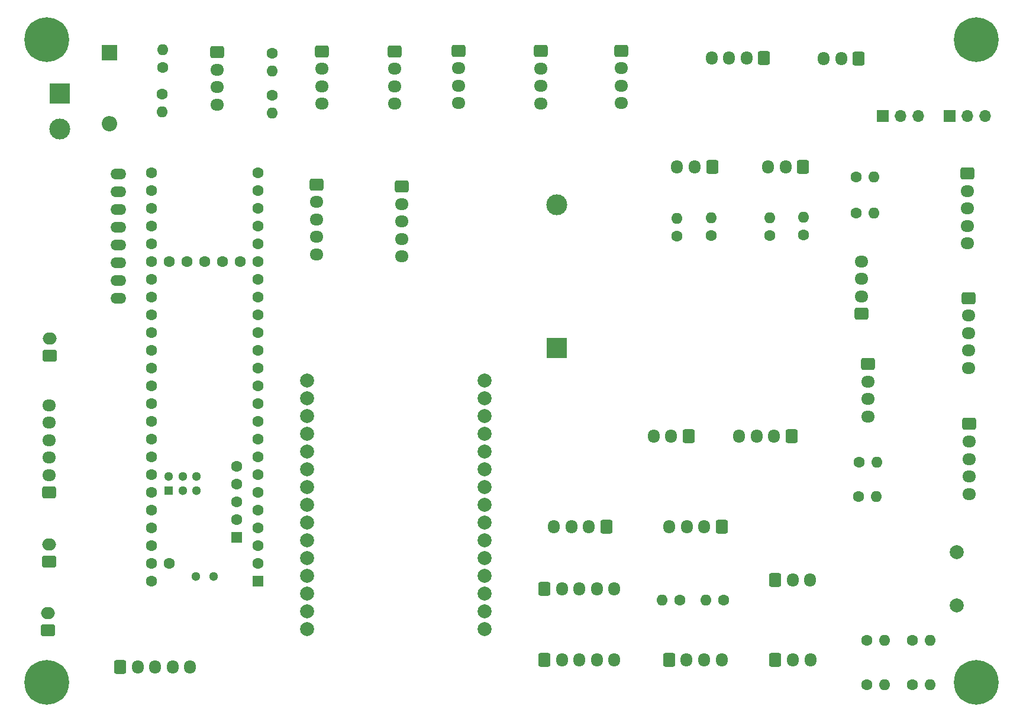
<source format=gts>
%TF.GenerationSoftware,KiCad,Pcbnew,(6.0.5)*%
%TF.CreationDate,2022-05-13T18:44:48+02:00*%
%TF.ProjectId,Teensy_MainPCB,5465656e-7379-45f4-9d61-696e5043422e,rev?*%
%TF.SameCoordinates,Original*%
%TF.FileFunction,Soldermask,Top*%
%TF.FilePolarity,Negative*%
%FSLAX46Y46*%
G04 Gerber Fmt 4.6, Leading zero omitted, Abs format (unit mm)*
G04 Created by KiCad (PCBNEW (6.0.5)) date 2022-05-13 18:44:48*
%MOMM*%
%LPD*%
G01*
G04 APERTURE LIST*
G04 Aperture macros list*
%AMRoundRect*
0 Rectangle with rounded corners*
0 $1 Rounding radius*
0 $2 $3 $4 $5 $6 $7 $8 $9 X,Y pos of 4 corners*
0 Add a 4 corners polygon primitive as box body*
4,1,4,$2,$3,$4,$5,$6,$7,$8,$9,$2,$3,0*
0 Add four circle primitives for the rounded corners*
1,1,$1+$1,$2,$3*
1,1,$1+$1,$4,$5*
1,1,$1+$1,$6,$7*
1,1,$1+$1,$8,$9*
0 Add four rect primitives between the rounded corners*
20,1,$1+$1,$2,$3,$4,$5,0*
20,1,$1+$1,$4,$5,$6,$7,0*
20,1,$1+$1,$6,$7,$8,$9,0*
20,1,$1+$1,$8,$9,$2,$3,0*%
G04 Aperture macros list end*
%ADD10RoundRect,0.250000X-0.725000X0.600000X-0.725000X-0.600000X0.725000X-0.600000X0.725000X0.600000X0*%
%ADD11O,1.950000X1.700000*%
%ADD12RoundRect,0.250000X0.600000X0.725000X-0.600000X0.725000X-0.600000X-0.725000X0.600000X-0.725000X0*%
%ADD13O,1.700000X1.950000*%
%ADD14RoundRect,0.250000X0.750000X-0.600000X0.750000X0.600000X-0.750000X0.600000X-0.750000X-0.600000X0*%
%ADD15O,2.000000X1.700000*%
%ADD16C,1.600000*%
%ADD17O,1.600000X1.600000*%
%ADD18C,2.000000*%
%ADD19R,2.200000X2.200000*%
%ADD20O,2.200000X2.200000*%
%ADD21R,3.000000X3.000000*%
%ADD22C,3.000000*%
%ADD23C,6.400000*%
%ADD24C,3.600000*%
%ADD25R,1.600000X1.600000*%
%ADD26R,1.300000X1.300000*%
%ADD27C,1.300000*%
%ADD28RoundRect,0.250000X0.725000X-0.600000X0.725000X0.600000X-0.725000X0.600000X-0.725000X-0.600000X0*%
%ADD29R,1.700000X1.700000*%
%ADD30O,1.700000X1.700000*%
%ADD31O,2.268000X1.524000*%
%ADD32RoundRect,0.250000X-0.600000X-0.725000X0.600000X-0.725000X0.600000X0.725000X-0.600000X0.725000X0*%
G04 APERTURE END LIST*
D10*
X101925000Y-39630000D03*
D11*
X101925000Y-42130000D03*
X101925000Y-44630000D03*
X101925000Y-47130000D03*
D10*
X82405000Y-39710000D03*
D11*
X82405000Y-42210000D03*
X82405000Y-44710000D03*
X82405000Y-47210000D03*
D12*
X145646000Y-40627300D03*
D13*
X143146000Y-40627300D03*
X140646000Y-40627300D03*
X138146000Y-40627300D03*
D12*
X159179000Y-40718700D03*
D13*
X156679000Y-40718700D03*
X154179000Y-40718700D03*
D10*
X113715000Y-39670000D03*
D11*
X113715000Y-42170000D03*
X113715000Y-44670000D03*
X113715000Y-47170000D03*
D10*
X125220000Y-39630000D03*
D11*
X125220000Y-42130000D03*
X125220000Y-44630000D03*
X125220000Y-47130000D03*
D12*
X138211000Y-56228100D03*
D13*
X135711000Y-56228100D03*
X133211000Y-56228100D03*
D14*
X43164800Y-122573000D03*
D15*
X43164800Y-120073000D03*
D16*
X133182000Y-66111100D03*
D17*
X133182000Y-63571100D03*
D16*
X138076000Y-66075100D03*
D17*
X138076000Y-63535100D03*
D16*
X146502000Y-66078700D03*
D17*
X146502000Y-63538700D03*
D16*
X151292000Y-65988700D03*
D17*
X151292000Y-63448700D03*
D18*
X173251000Y-111397160D03*
X173251000Y-118996840D03*
D12*
X151234000Y-56228100D03*
D13*
X148734000Y-56228100D03*
X146234000Y-56228100D03*
D19*
X51978600Y-39878000D03*
D20*
X51978600Y-50038000D03*
D21*
X44890000Y-45720000D03*
D22*
X44890000Y-50800000D03*
D10*
X92805000Y-39710000D03*
D11*
X92805000Y-42210000D03*
X92805000Y-44710000D03*
X92805000Y-47210000D03*
D16*
X75293300Y-45974000D03*
D17*
X75293300Y-48514000D03*
D16*
X75293300Y-39989700D03*
D17*
X75293300Y-42529700D03*
D23*
X43000000Y-38000000D03*
D24*
X43000000Y-38000000D03*
D23*
X176000000Y-38000000D03*
D24*
X176000000Y-38000000D03*
X176000000Y-130000000D03*
D23*
X176000000Y-130000000D03*
X43000000Y-130000000D03*
D24*
X43000000Y-130000000D03*
D10*
X81597400Y-58750100D03*
D11*
X81597400Y-61250100D03*
X81597400Y-63750100D03*
X81597400Y-66250100D03*
X81597400Y-68750100D03*
D25*
X73246000Y-115524300D03*
D16*
X73246000Y-112984300D03*
X73246000Y-110444300D03*
X73246000Y-107904300D03*
X73246000Y-105364300D03*
X73246000Y-102824300D03*
X73246000Y-100284300D03*
X73246000Y-97744300D03*
X73246000Y-95204300D03*
X73246000Y-92664300D03*
X73246000Y-90124300D03*
X73246000Y-87584300D03*
X73246000Y-85044300D03*
X73246000Y-82504300D03*
X73246000Y-79964300D03*
X73246000Y-77424300D03*
X73246000Y-74884300D03*
X73246000Y-72344300D03*
X73246000Y-69804300D03*
X73246000Y-67264300D03*
X73246000Y-64724300D03*
X73246000Y-62184300D03*
X73246000Y-59644300D03*
X73246000Y-57104300D03*
X58006000Y-57104300D03*
X58006000Y-59644300D03*
X58006000Y-62184300D03*
X58006000Y-64724300D03*
X58006000Y-67264300D03*
X58006000Y-69804300D03*
X58006000Y-72344300D03*
X58006000Y-74884300D03*
X58006000Y-77424300D03*
X58006000Y-79964300D03*
X58006000Y-82504300D03*
X58006000Y-85044300D03*
X58006000Y-87584300D03*
X58006000Y-90124300D03*
X58006000Y-92664300D03*
X58006000Y-95204300D03*
X58006000Y-97744300D03*
X58006000Y-100284300D03*
X58006000Y-102824300D03*
X58006000Y-105364300D03*
X58006000Y-107904300D03*
X58006000Y-110444300D03*
X58006000Y-112984300D03*
X58006000Y-115524300D03*
X60546000Y-112984300D03*
X70706000Y-69804300D03*
X68166000Y-69804300D03*
X65626000Y-69804300D03*
X63086000Y-69804300D03*
X60546000Y-69804300D03*
D25*
X70195200Y-109225100D03*
D16*
X70195200Y-106685100D03*
X70195200Y-104145100D03*
X70195200Y-101605100D03*
X70195200Y-99065100D03*
D26*
X60444400Y-102554300D03*
D27*
X62444400Y-102554300D03*
X64444400Y-102554300D03*
X64444400Y-100554300D03*
X62444400Y-100554300D03*
X60444400Y-100554300D03*
X64356000Y-114794300D03*
X66896000Y-114794300D03*
D10*
X160536000Y-84442000D03*
D11*
X160536000Y-86942000D03*
X160536000Y-89442000D03*
X160536000Y-91942000D03*
D28*
X159550000Y-77274000D03*
D11*
X159550000Y-74774000D03*
X159550000Y-72274000D03*
X159550000Y-69774000D03*
D10*
X174976000Y-93030000D03*
D11*
X174976000Y-95530000D03*
X174976000Y-98030000D03*
X174976000Y-100530000D03*
X174976000Y-103030000D03*
D10*
X174948000Y-75031600D03*
D11*
X174948000Y-77531600D03*
X174948000Y-80031600D03*
X174948000Y-82531600D03*
X174948000Y-85031600D03*
D10*
X174746000Y-57198300D03*
D11*
X174746000Y-59698300D03*
X174746000Y-62198300D03*
X174746000Y-64698300D03*
X174746000Y-67198300D03*
D29*
X162618000Y-48983800D03*
D30*
X165158000Y-48983800D03*
X167698000Y-48983800D03*
D29*
X172182000Y-48983800D03*
D30*
X174722000Y-48983800D03*
X177262000Y-48983800D03*
D16*
X159162000Y-103441000D03*
D17*
X161702000Y-103441000D03*
D16*
X158842000Y-57706200D03*
D17*
X161382000Y-57706200D03*
D16*
X159243000Y-98508800D03*
D17*
X161783000Y-98508800D03*
D16*
X158842000Y-62821800D03*
D17*
X161382000Y-62821800D03*
D16*
X59524900Y-45847000D03*
D17*
X59524900Y-48387000D03*
D16*
X59616400Y-41983600D03*
D17*
X59616400Y-39443600D03*
D31*
X53235900Y-75062100D03*
X53235900Y-72522100D03*
X53235900Y-69982100D03*
X53235900Y-67442100D03*
X53235900Y-64902100D03*
X53235900Y-62362100D03*
X53235900Y-59822100D03*
X53235900Y-57282100D03*
D10*
X67355000Y-39840000D03*
D11*
X67355000Y-42340000D03*
X67355000Y-44840000D03*
X67355000Y-47340000D03*
D28*
X43301900Y-102822000D03*
D11*
X43301900Y-100322000D03*
X43301900Y-97822000D03*
X43301900Y-95322000D03*
X43301900Y-92822000D03*
X43301900Y-90322000D03*
D21*
X115956000Y-82128400D03*
D22*
X115956000Y-61638400D03*
D14*
X43398400Y-83276700D03*
D15*
X43398400Y-80776700D03*
D32*
X53533000Y-127808000D03*
D13*
X56033000Y-127808000D03*
X58533000Y-127808000D03*
X61033000Y-127808000D03*
X63533000Y-127808000D03*
D10*
X93837700Y-59047900D03*
D11*
X93837700Y-61547900D03*
X93837700Y-64047900D03*
X93837700Y-66547900D03*
X93837700Y-69047900D03*
D12*
X134850000Y-94750000D03*
D13*
X132350000Y-94750000D03*
X129850000Y-94750000D03*
D12*
X149578000Y-94762300D03*
D13*
X147078000Y-94762300D03*
X144578000Y-94762300D03*
X142078000Y-94762300D03*
D32*
X114206000Y-126794000D03*
D13*
X116706000Y-126794000D03*
X119206000Y-126794000D03*
X121706000Y-126794000D03*
X124206000Y-126794000D03*
D32*
X114206000Y-116634000D03*
D13*
X116706000Y-116634000D03*
X119206000Y-116634000D03*
X121706000Y-116634000D03*
X124206000Y-116634000D03*
D32*
X132066000Y-126794000D03*
D13*
X134566000Y-126794000D03*
X137066000Y-126794000D03*
X139566000Y-126794000D03*
D16*
X133629000Y-118214000D03*
D17*
X131089000Y-118214000D03*
D16*
X139852000Y-118214000D03*
D17*
X137312000Y-118214000D03*
D18*
X80220800Y-86845000D03*
X80220800Y-89385000D03*
X80220800Y-91925000D03*
X80220800Y-94465000D03*
X80220800Y-97005000D03*
X80220800Y-99545000D03*
X80220800Y-102085000D03*
X80220800Y-104625000D03*
X80220800Y-107165000D03*
X80220800Y-109705000D03*
X80220800Y-112245000D03*
X80220800Y-114785000D03*
X80220800Y-117325000D03*
X80220800Y-119865000D03*
X80220800Y-122405000D03*
X105620800Y-122405000D03*
X105620800Y-119865000D03*
X105620800Y-117325000D03*
X105620800Y-114785000D03*
X105620800Y-112245000D03*
X105620800Y-109705000D03*
X105620800Y-107165000D03*
X105620800Y-104625000D03*
X105620800Y-102085000D03*
X105620800Y-99545000D03*
X105620800Y-97005000D03*
X105620800Y-94465000D03*
X105620800Y-91925000D03*
X105620800Y-89385000D03*
X105620800Y-86845000D03*
D32*
X147226000Y-115364000D03*
D13*
X149726000Y-115364000D03*
X152226000Y-115364000D03*
D12*
X123096000Y-107744000D03*
D13*
X120596000Y-107744000D03*
X118096000Y-107744000D03*
X115596000Y-107744000D03*
D32*
X147266000Y-126794000D03*
D13*
X149766000Y-126794000D03*
X152266000Y-126794000D03*
D12*
X139606000Y-107744000D03*
D13*
X137106000Y-107744000D03*
X134606000Y-107744000D03*
X132106000Y-107744000D03*
D16*
X160340000Y-124008000D03*
D17*
X162880000Y-124008000D03*
D16*
X166858000Y-124008000D03*
D17*
X169398000Y-124008000D03*
D16*
X160340000Y-130300000D03*
D17*
X162880000Y-130300000D03*
D16*
X166858000Y-130300000D03*
D17*
X169398000Y-130300000D03*
D14*
X43307000Y-112753000D03*
D15*
X43307000Y-110253000D03*
M02*

</source>
